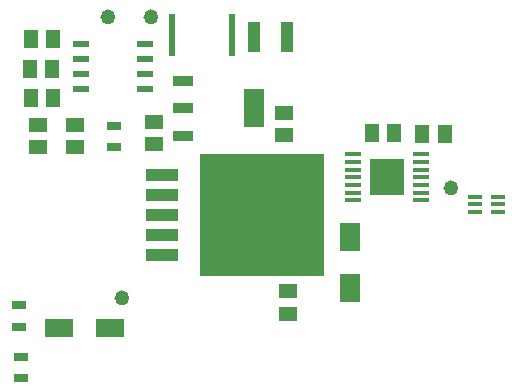
<source format=gtp>
G04*
G04 #@! TF.GenerationSoftware,Altium Limited,Altium Designer,22.8.2 (66)*
G04*
G04 Layer_Color=8421504*
%FSLAX44Y44*%
%MOMM*%
G71*
G04*
G04 #@! TF.SameCoordinates,DB24DA2D-5A1C-4FC3-BAC6-6F5E0011B9E5*
G04*
G04*
G04 #@! TF.FilePolarity,Positive*
G04*
G01*
G75*
%ADD16R,1.1684X0.3556*%
G04:AMPARAMS|DCode=17|XSize=1.27mm|YSize=1.27mm|CornerRadius=0.635mm|HoleSize=0mm|Usage=FLASHONLY|Rotation=0.000|XOffset=0mm|YOffset=0mm|HoleType=Round|Shape=RoundedRectangle|*
%AMROUNDEDRECTD17*
21,1,1.2700,0.0000,0,0,0.0*
21,1,0.0000,1.2700,0,0,0.0*
1,1,1.2700,0.0000,0.0000*
1,1,1.2700,0.0000,0.0000*
1,1,1.2700,0.0000,0.0000*
1,1,1.2700,0.0000,0.0000*
%
%ADD17ROUNDEDRECTD17*%
%ADD18R,1.1057X2.5001*%
%ADD19R,0.5588X3.6068*%
%ADD20R,1.7000X2.3500*%
%ADD21R,1.2954X1.4986*%
%ADD22R,1.4986X1.2954*%
%ADD23R,1.1999X0.8001*%
%ADD24R,2.3299X1.5601*%
%ADD25R,1.4605X0.5334*%
%ADD26R,1.8001X3.1999*%
%ADD27R,1.8001X0.8999*%
%ADD28R,2.9972X3.0988*%
%ADD29R,1.4224X0.3556*%
%ADD30R,10.4648X10.4140*%
%ADD31R,2.6924X1.0160*%
D16*
X484251Y158577D02*
D03*
Y165077D02*
D03*
Y171577D02*
D03*
X464693D02*
D03*
Y165077D02*
D03*
Y158577D02*
D03*
D17*
X444754Y179047D02*
D03*
X154178Y323827D02*
D03*
X190500Y324081D02*
D03*
X166370Y85829D02*
D03*
D18*
X306128Y306555D02*
D03*
X278072D02*
D03*
D19*
X259207Y308079D02*
D03*
X208661D02*
D03*
D20*
X359410Y137302D02*
D03*
Y94300D02*
D03*
D21*
X377444Y225529D02*
D03*
X396240D02*
D03*
X420370Y224767D02*
D03*
X439166D02*
D03*
X107696Y254993D02*
D03*
X88900D02*
D03*
X107188Y279631D02*
D03*
X88392D02*
D03*
X107442Y305285D02*
D03*
X88646D02*
D03*
D22*
X303276Y242547D02*
D03*
Y223751D02*
D03*
X193040Y235181D02*
D03*
Y216385D02*
D03*
X126492Y232387D02*
D03*
Y213591D02*
D03*
X306324Y91417D02*
D03*
Y72621D02*
D03*
X95250Y232133D02*
D03*
Y213337D02*
D03*
D23*
X79248Y61590D02*
D03*
Y79588D02*
D03*
X80772Y36154D02*
D03*
Y18156D02*
D03*
X159512Y213736D02*
D03*
Y231734D02*
D03*
D24*
X155765Y60683D02*
D03*
X112966D02*
D03*
D25*
X185991Y300713D02*
D03*
Y288013D02*
D03*
Y275313D02*
D03*
Y262613D02*
D03*
X131509D02*
D03*
Y275313D02*
D03*
Y288013D02*
D03*
Y300713D02*
D03*
D26*
X277904Y246357D02*
D03*
D27*
X217904Y223357D02*
D03*
Y246357D02*
D03*
Y269357D02*
D03*
D28*
X390398Y187937D02*
D03*
D29*
X418846Y207437D02*
D03*
Y200937D02*
D03*
Y194437D02*
D03*
Y187937D02*
D03*
Y181437D02*
D03*
Y174937D02*
D03*
Y168438D02*
D03*
X361950D02*
D03*
Y174937D02*
D03*
Y181437D02*
D03*
Y187937D02*
D03*
Y194437D02*
D03*
Y200937D02*
D03*
Y207437D02*
D03*
D30*
X284480Y156187D02*
D03*
D31*
X200152Y122151D02*
D03*
Y139169D02*
D03*
Y156187D02*
D03*
Y173205D02*
D03*
Y190223D02*
D03*
M02*

</source>
